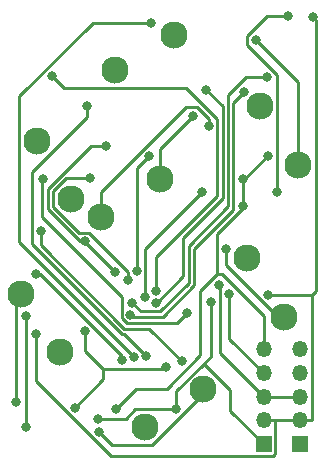
<source format=gbr>
G04 #@! TF.GenerationSoftware,KiCad,Pcbnew,(5.1.5)-3*
G04 #@! TF.CreationDate,2020-02-20T13:27:19+01:00*
G04 #@! TF.ProjectId,EM7SEG_DRIVER,454d3753-4547-45f4-9452-495645522e6b,rev?*
G04 #@! TF.SameCoordinates,Original*
G04 #@! TF.FileFunction,Copper,L1,Top*
G04 #@! TF.FilePolarity,Positive*
%FSLAX46Y46*%
G04 Gerber Fmt 4.6, Leading zero omitted, Abs format (unit mm)*
G04 Created by KiCad (PCBNEW (5.1.5)-3) date 2020-02-20 13:27:19*
%MOMM*%
%LPD*%
G04 APERTURE LIST*
%ADD10C,2.300000*%
%ADD11O,1.350000X1.350000*%
%ADD12R,1.350000X1.350000*%
%ADD13C,0.800000*%
%ADD14C,0.250000*%
G04 APERTURE END LIST*
D10*
X27292300Y-51155600D03*
X30543500Y-56083200D03*
X37757100Y-62458600D03*
X42684700Y-59232800D03*
X49517300Y-53111400D03*
X46393100Y-48158400D03*
X50711100Y-40284400D03*
X47459900Y-35280600D03*
X34074100Y-44678600D03*
X31483300Y-43129200D03*
X39001700Y-41452800D03*
X28613100Y-38252400D03*
X35217100Y-32258000D03*
X40220900Y-29286200D03*
D11*
X50901600Y-55881000D03*
X50901600Y-57881000D03*
X50901600Y-59881000D03*
X50901600Y-61881000D03*
D12*
X50901600Y-63881000D03*
X47802800Y-63881000D03*
D11*
X47802800Y-61881000D03*
X47802800Y-59881000D03*
X47802800Y-57881000D03*
X47802800Y-55881000D03*
D13*
X38277400Y-28203600D03*
X36797900Y-56483900D03*
X43356800Y-51878700D03*
X40384100Y-60934700D03*
X33779600Y-61746100D03*
X35329100Y-60893600D03*
X46083000Y-43755900D03*
X48165500Y-39466400D03*
X46099000Y-41461100D03*
X32843400Y-35239000D03*
X37849900Y-56464400D03*
X42922200Y-33877200D03*
X38690200Y-51911800D03*
X29907400Y-32722400D03*
X38718000Y-50911400D03*
X48086400Y-32804800D03*
X36696500Y-51937100D03*
X46178600Y-34086600D03*
X36506400Y-52937500D03*
X42577000Y-42585200D03*
X37756700Y-51430500D03*
X27664100Y-62436800D03*
X27664200Y-53079500D03*
X35233900Y-49333300D03*
X34431400Y-38652600D03*
X32655800Y-46732400D03*
X31805400Y-60812700D03*
X32680800Y-54333500D03*
X39529100Y-57344700D03*
X33071600Y-41362600D03*
X36304500Y-50007600D03*
X38104300Y-39530700D03*
X37077500Y-49253400D03*
X41840800Y-36091400D03*
X43162800Y-36978400D03*
X26842100Y-60313200D03*
X33838800Y-62838300D03*
X47124400Y-29686400D03*
X44591800Y-47403200D03*
X44904800Y-51222800D03*
X44048300Y-50461700D03*
X48180700Y-51276700D03*
X28544500Y-54539000D03*
X51979900Y-27739200D03*
X41357200Y-52811700D03*
X29152200Y-41411800D03*
X40897700Y-56879200D03*
X28956800Y-45823100D03*
X35785800Y-56797000D03*
X28566800Y-49527000D03*
X49833500Y-27644400D03*
X48940800Y-42533500D03*
D14*
X38277400Y-28203600D02*
X33382700Y-28203600D01*
X33382700Y-28203600D02*
X27133900Y-34452400D01*
X27133900Y-34452400D02*
X27133900Y-46819900D01*
X27133900Y-46819900D02*
X36797900Y-56483900D01*
X33779600Y-61746100D02*
X36121400Y-61746100D01*
X36121400Y-61746100D02*
X36932800Y-60934700D01*
X36932800Y-60934700D02*
X40384100Y-60934700D01*
X42719900Y-57074300D02*
X40384100Y-59410100D01*
X40384100Y-59410100D02*
X40384100Y-60934700D01*
X43356800Y-51878700D02*
X43356800Y-56437400D01*
X43356800Y-56437400D02*
X42719900Y-57074300D01*
X47802800Y-63881000D02*
X44978100Y-61056300D01*
X44978100Y-61056300D02*
X44978100Y-59332500D01*
X44978100Y-59332500D02*
X42719900Y-57074300D01*
X43871800Y-49497000D02*
X42424100Y-50944700D01*
X42424100Y-50944700D02*
X42424100Y-56385100D01*
X42424100Y-56385100D02*
X39595700Y-59213500D01*
X39595700Y-59213500D02*
X37009200Y-59213500D01*
X37009200Y-59213500D02*
X35329100Y-60893600D01*
X47802800Y-54880700D02*
X47802800Y-53030700D01*
X47802800Y-53030700D02*
X44269100Y-49497000D01*
X44269100Y-49497000D02*
X43871800Y-49497000D01*
X43871800Y-49497000D02*
X43866400Y-49491600D01*
X43866400Y-49491600D02*
X43866400Y-46102500D01*
X43866400Y-46102500D02*
X46083000Y-43885900D01*
X46083000Y-43885900D02*
X46083000Y-43755900D01*
X46083000Y-43755900D02*
X46099000Y-43739900D01*
X46099000Y-43739900D02*
X46099000Y-41461100D01*
X46099000Y-41461100D02*
X46170800Y-41461100D01*
X46170800Y-41461100D02*
X48165500Y-39466400D01*
X47802800Y-55881000D02*
X47802800Y-54880700D01*
X32843400Y-35239000D02*
X32843400Y-36238500D01*
X32843400Y-36238500D02*
X28231500Y-40850400D01*
X28231500Y-40850400D02*
X28231500Y-46962100D01*
X28231500Y-46962100D02*
X35832800Y-54563400D01*
X35832800Y-54563400D02*
X35948900Y-54563400D01*
X35948900Y-54563400D02*
X37849900Y-56464400D01*
X42922200Y-33877200D02*
X44346900Y-35301900D01*
X44346900Y-35301900D02*
X44346900Y-43059000D01*
X44346900Y-43059000D02*
X41000000Y-46405900D01*
X41000000Y-46405900D02*
X41000000Y-49656000D01*
X41000000Y-49656000D02*
X38744200Y-51911800D01*
X38744200Y-51911800D02*
X38690200Y-51911800D01*
X29907400Y-32722400D02*
X30933700Y-33748700D01*
X30933700Y-33748700D02*
X41258300Y-33748700D01*
X41258300Y-33748700D02*
X43896600Y-36387000D01*
X43896600Y-36387000D02*
X43896600Y-42872400D01*
X43896600Y-42872400D02*
X38718000Y-48051000D01*
X38718000Y-48051000D02*
X38718000Y-50911400D01*
X48086400Y-32804800D02*
X46347500Y-32804800D01*
X46347500Y-32804800D02*
X44797200Y-34355100D01*
X44797200Y-34355100D02*
X44797200Y-43772800D01*
X44797200Y-43772800D02*
X41450300Y-47119700D01*
X41450300Y-47119700D02*
X41450300Y-50251700D01*
X41450300Y-50251700D02*
X39056100Y-52645900D01*
X39056100Y-52645900D02*
X37405300Y-52645900D01*
X37405300Y-52645900D02*
X36696500Y-51937100D01*
X46178600Y-34086600D02*
X45247500Y-35017700D01*
X45247500Y-35017700D02*
X45247500Y-44069100D01*
X45247500Y-44069100D02*
X41900600Y-47416000D01*
X41900600Y-47416000D02*
X41900600Y-50452700D01*
X41900600Y-50452700D02*
X39250100Y-53103200D01*
X39250100Y-53103200D02*
X36672100Y-53103200D01*
X36672100Y-53103200D02*
X36506400Y-52937500D01*
X42577000Y-42585200D02*
X37802800Y-47359400D01*
X37802800Y-47359400D02*
X37802800Y-51384400D01*
X37802800Y-51384400D02*
X37756700Y-51430500D01*
X27664100Y-62436800D02*
X27664100Y-53079500D01*
X27664100Y-53079500D02*
X27664200Y-53079500D01*
X35233900Y-49333300D02*
X32655800Y-46755200D01*
X32655800Y-46755200D02*
X32655800Y-46732400D01*
X32655800Y-46732400D02*
X32257700Y-46732400D01*
X32257700Y-46732400D02*
X29528600Y-44003300D01*
X29528600Y-44003300D02*
X29528600Y-42286700D01*
X29528600Y-42286700D02*
X33162700Y-38652600D01*
X33162700Y-38652600D02*
X34431400Y-38652600D01*
X34220500Y-57544900D02*
X34220500Y-58397600D01*
X34220500Y-58397600D02*
X31805400Y-60812700D01*
X34220500Y-57544900D02*
X39328900Y-57544900D01*
X39328900Y-57544900D02*
X39529100Y-57344700D01*
X32680800Y-54333500D02*
X32680800Y-56005200D01*
X32680800Y-56005200D02*
X34220500Y-57544900D01*
X36304500Y-50007600D02*
X36304500Y-49329600D01*
X36304500Y-49329600D02*
X32982000Y-46007100D01*
X32982000Y-46007100D02*
X32190300Y-46007100D01*
X32190300Y-46007100D02*
X29978900Y-43795700D01*
X29978900Y-43795700D02*
X29978900Y-42473300D01*
X29978900Y-42473300D02*
X31089500Y-41362700D01*
X31089500Y-41362700D02*
X33071600Y-41362700D01*
X33071600Y-41362700D02*
X33071600Y-41362600D01*
X37077500Y-49253400D02*
X37077500Y-40557500D01*
X37077500Y-40557500D02*
X38104300Y-39530700D01*
X41840800Y-36091400D02*
X39001700Y-38930500D01*
X39001700Y-38930500D02*
X39001700Y-41452800D01*
X43162800Y-36978400D02*
X43162800Y-36387400D01*
X43162800Y-36387400D02*
X42128800Y-35353400D01*
X42128800Y-35353400D02*
X41244100Y-35353400D01*
X41244100Y-35353400D02*
X34074100Y-42523400D01*
X34074100Y-42523400D02*
X34074100Y-44678600D01*
X27292300Y-51155600D02*
X26842100Y-51605800D01*
X26842100Y-51605800D02*
X26842100Y-60313200D01*
X33838800Y-62838300D02*
X34953000Y-63952500D01*
X34953000Y-63952500D02*
X38394000Y-63952500D01*
X38394000Y-63952500D02*
X42684700Y-59661800D01*
X42684700Y-59661800D02*
X42684700Y-59232800D01*
X47124400Y-29686400D02*
X50711100Y-33273100D01*
X50711100Y-33273100D02*
X50711100Y-40284400D01*
X44591800Y-47403200D02*
X44591800Y-48713500D01*
X44591800Y-48713500D02*
X48989700Y-53111400D01*
X48989700Y-53111400D02*
X49517300Y-53111400D01*
X47802800Y-57881000D02*
X44904800Y-54983000D01*
X44904800Y-54983000D02*
X44904800Y-51222800D01*
X47802800Y-59881000D02*
X44084000Y-56162200D01*
X44084000Y-56162200D02*
X44084000Y-50497400D01*
X44084000Y-50497400D02*
X44048300Y-50461700D01*
X49901300Y-59881000D02*
X47802800Y-59881000D01*
X50901600Y-59881000D02*
X49901300Y-59881000D01*
X51901900Y-51276700D02*
X51901900Y-61881000D01*
X51979900Y-27739200D02*
X52250200Y-28009500D01*
X52250200Y-28009500D02*
X52250200Y-50928400D01*
X52250200Y-50928400D02*
X51901900Y-51276700D01*
X51901900Y-51276700D02*
X48180700Y-51276700D01*
X28544500Y-54539000D02*
X28544500Y-58577500D01*
X28544500Y-58577500D02*
X34899800Y-64932800D01*
X34899800Y-64932800D02*
X48566100Y-64932800D01*
X48566100Y-64932800D02*
X48803100Y-64695800D01*
X48803100Y-64695800D02*
X48803100Y-61881000D01*
X48803100Y-61881000D02*
X49901300Y-61881000D01*
X47802800Y-61881000D02*
X48803100Y-61881000D01*
X50901600Y-61881000D02*
X49901300Y-61881000D01*
X50901600Y-61881000D02*
X51901900Y-61881000D01*
X29152200Y-41411800D02*
X29008400Y-41555600D01*
X29008400Y-41555600D02*
X29008400Y-44691500D01*
X29008400Y-44691500D02*
X35781100Y-51464200D01*
X35781100Y-51464200D02*
X35781100Y-53237900D01*
X35781100Y-53237900D02*
X36206000Y-53662800D01*
X36206000Y-53662800D02*
X40506100Y-53662800D01*
X40506100Y-53662800D02*
X41357200Y-52811700D01*
X28956800Y-45823100D02*
X28956800Y-47050500D01*
X28956800Y-47050500D02*
X36019400Y-54113100D01*
X36019400Y-54113100D02*
X38131600Y-54113100D01*
X38131600Y-54113100D02*
X40897700Y-56879200D01*
X28566800Y-49527000D02*
X28900100Y-49527000D01*
X28900100Y-49527000D02*
X35785800Y-56412700D01*
X35785800Y-56412700D02*
X35785800Y-56797000D01*
X48940800Y-42533500D02*
X48940800Y-32633400D01*
X48940800Y-32633400D02*
X46399000Y-30091600D01*
X46399000Y-30091600D02*
X46399000Y-29336300D01*
X46399000Y-29336300D02*
X48090900Y-27644400D01*
X48090900Y-27644400D02*
X49833500Y-27644400D01*
M02*

</source>
